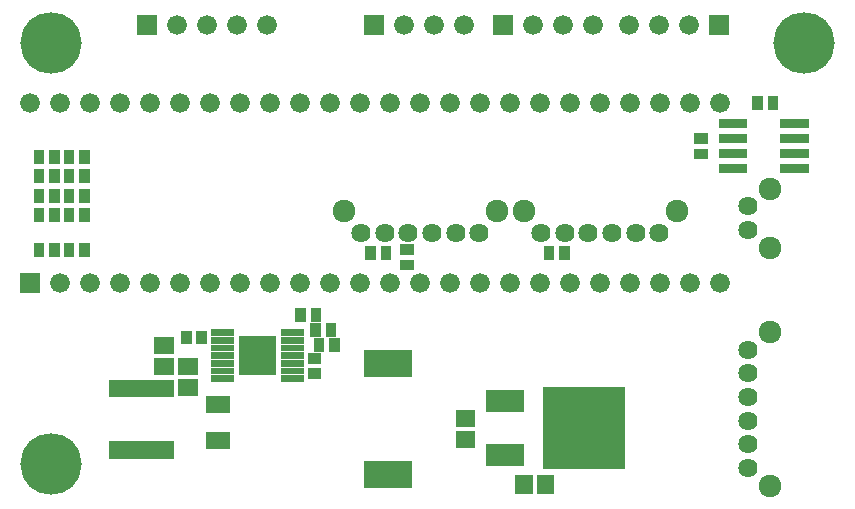
<source format=gbr>
G04 start of page 7 for group -4062 idx -4062 *
G04 Title: control, soldermask *
G04 Creator: pcb 20140316 *
G04 CreationDate: Thu 08 Jun 2017 03:46:08 AM GMT UTC *
G04 For: brian *
G04 Format: Gerber/RS-274X *
G04 PCB-Dimensions (mil): 6000.00 5000.00 *
G04 PCB-Coordinate-Origin: lower left *
%MOIN*%
%FSLAX25Y25*%
%LNBOTTOMMASK*%
%ADD79R,0.0900X0.0900*%
%ADD78R,0.1255X0.1255*%
%ADD77R,0.0230X0.0230*%
%ADD76R,0.0573X0.0573*%
%ADD75R,0.0300X0.0300*%
%ADD74R,0.0572X0.0572*%
%ADD73R,0.0720X0.0720*%
%ADD72R,0.0355X0.0355*%
%ADD71C,0.2050*%
%ADD70C,0.0757*%
%ADD69C,0.0640*%
%ADD68C,0.0660*%
%ADD67C,0.0001*%
G54D67*G36*
X195200Y226800D02*Y220200D01*
X201800D01*
Y226800D01*
X195200D01*
G37*
G54D68*X208500Y223500D03*
X218500D03*
X143000D03*
X153000D03*
X163000D03*
X228500D03*
X214000Y137500D03*
X224000D03*
X234000D03*
X244000D03*
G54D69*X233685Y154217D03*
G54D70*X239591Y161484D03*
G54D69*X225811Y154217D03*
X217937D03*
X210063D03*
X202189D03*
X194315D03*
G54D70*X188409Y161484D03*
G54D69*X254315Y154217D03*
G54D70*X248409Y161484D03*
G54D67*G36*
X310200Y226800D02*Y220200D01*
X316800D01*
Y226800D01*
X310200D01*
G37*
G54D71*X342000Y217500D03*
G54D68*X314000Y197500D03*
X303500Y223500D03*
X304000Y197500D03*
X294000D03*
X293500Y223500D03*
X283500D03*
G54D67*G36*
X238200Y226800D02*Y220200D01*
X244800D01*
Y226800D01*
X238200D01*
G37*
G54D68*X251500Y223500D03*
X261500D03*
X271500D03*
X284000Y197500D03*
X274000D03*
X264000D03*
X254000D03*
X244000D03*
X234000D03*
X224000D03*
X214000D03*
X204000D03*
X194000D03*
X184000D03*
X174000D03*
X164000D03*
X154000D03*
X144000D03*
X254000Y137500D03*
X264000D03*
X274000D03*
G54D69*X323217Y75815D03*
G54D70*X330484Y69909D03*
G54D69*X323217Y83689D03*
Y91563D03*
Y99437D03*
Y107311D03*
Y115185D03*
G54D68*X284000Y137500D03*
X294000D03*
X304000D03*
X314000D03*
G54D69*X323217Y155063D03*
Y162937D03*
G54D70*X330484Y149157D03*
Y168843D03*
Y121091D03*
G54D69*X293685Y154217D03*
X285811D03*
X277937D03*
X270063D03*
X262189D03*
G54D70*X299591Y161484D03*
G54D71*X91000Y217500D03*
G54D67*G36*
X119700Y226800D02*Y220200D01*
X126300D01*
Y226800D01*
X119700D01*
G37*
G54D68*X133000Y223500D03*
X134000Y197500D03*
X124000D03*
X114000D03*
X104000D03*
X94000D03*
X84000D03*
G54D67*G36*
X80700Y140800D02*Y134200D01*
X87300D01*
Y140800D01*
X80700D01*
G37*
G54D71*X91000Y77000D03*
G54D68*X94000Y137500D03*
X104000D03*
X114000D03*
X124000D03*
X134000D03*
X144000D03*
X154000D03*
X164000D03*
X174000D03*
X184000D03*
X194000D03*
X204000D03*
G54D72*X209008Y148559D02*X209992D01*
X209008Y143441D02*X209992D01*
X202559Y147992D02*Y147008D01*
X197441Y147992D02*Y147008D01*
X96941Y160492D02*Y159508D01*
Y166992D02*Y166008D01*
Y173492D02*Y172508D01*
Y179992D02*Y179008D01*
X102059Y148992D02*Y148008D01*
Y160492D02*Y159508D01*
Y166992D02*Y166008D01*
Y173492D02*Y172508D01*
Y179992D02*Y179008D01*
X96941Y148992D02*Y148008D01*
X92059Y148992D02*Y148008D01*
X86941Y148992D02*Y148008D01*
X92059Y160492D02*Y159508D01*
Y173492D02*Y172508D01*
Y179992D02*Y179008D01*
X86941Y160492D02*Y159508D01*
Y173492D02*Y172508D01*
Y179992D02*Y179008D01*
X92059Y166992D02*Y166008D01*
X86941Y166992D02*Y166008D01*
X262059Y147992D02*Y147008D01*
X256941Y147992D02*Y147008D01*
G54D67*G36*
X254850Y102750D02*Y75450D01*
X282150D01*
Y102750D01*
X254850D01*
G37*
G54D73*X239563Y80045D02*X245075D01*
X239563Y98155D02*X245075D01*
G54D74*X255643Y70593D02*Y69807D01*
X248557Y70593D02*Y69807D01*
G54D75*X315000Y175500D02*X321500D01*
X335500D02*X342000D01*
X315000Y180500D02*X321500D01*
X335500D02*X342000D01*
X335500Y190500D02*X342000D01*
X335500Y185500D02*X342000D01*
G54D72*X331559Y197992D02*Y197008D01*
X326441Y197992D02*Y197008D01*
G54D75*X315000Y185500D02*X321500D01*
X315000Y190500D02*X321500D01*
G54D72*X307008Y185559D02*X307992D01*
X307008Y180441D02*X307992D01*
X141159Y119792D02*Y118808D01*
X136041Y119792D02*Y118808D01*
G54D74*X128207Y116700D02*X128993D01*
X136207Y109600D02*X136993D01*
X128207Y109614D02*X128993D01*
X136207Y102514D02*X136993D01*
G54D76*X113126Y102236D02*X128874D01*
X113126Y81764D02*X128874D01*
G54D72*X180200Y117192D02*Y116208D01*
X185318Y117192D02*Y116208D01*
X184259Y122192D02*Y121208D01*
X179141Y122192D02*Y121208D01*
X179259Y127192D02*Y126208D01*
X174141Y127192D02*Y126208D01*
G54D77*X168716Y120877D02*X174070D01*
X168716Y118318D02*X174070D01*
X168716Y115759D02*X174070D01*
X168716Y113200D02*X174070D01*
G54D72*X178208Y112259D02*X179192D01*
G54D77*X168716Y110641D02*X174070D01*
X168716Y108082D02*X174070D01*
X168716Y105523D02*X174070D01*
G54D72*X178208Y107141D02*X179192D01*
G54D77*X145330Y105523D02*X150684D01*
X145330Y108082D02*X150684D01*
X145330Y110641D02*X150684D01*
X145330Y113200D02*X150684D01*
X145330Y115759D02*X150684D01*
X145330Y118318D02*X150684D01*
X145330Y120877D02*X150684D01*
G54D78*X159700Y113397D02*Y113003D01*
G54D74*X145319Y84995D02*X147681D01*
X145319Y96805D02*X147681D01*
X228707Y92343D02*X229493D01*
X228707Y85257D02*X229493D01*
G54D79*X199900Y110500D02*X206900D01*
X199900Y73500D02*X206900D01*
M02*

</source>
